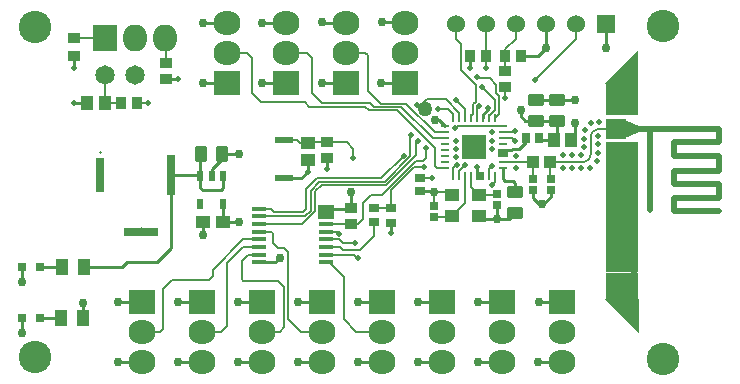
<source format=gtl>
G04 Layer_Physical_Order=1*
G04 Layer_Color=25308*
%FSAX24Y24*%
%MOIN*%
G70*
G01*
G75*
%ADD10C,0.0080*%
%ADD11R,0.0433X0.0354*%
G04:AMPARAMS|DCode=12|XSize=40mil|YSize=55mil|CornerRadius=5mil|HoleSize=0mil|Usage=FLASHONLY|Rotation=0.000|XOffset=0mil|YOffset=0mil|HoleType=Round|Shape=RoundedRectangle|*
%AMROUNDEDRECTD12*
21,1,0.0400,0.0450,0,0,0.0*
21,1,0.0300,0.0550,0,0,0.0*
1,1,0.0100,0.0150,-0.0225*
1,1,0.0100,-0.0150,-0.0225*
1,1,0.0100,-0.0150,0.0225*
1,1,0.0100,0.0150,0.0225*
%
%ADD12ROUNDEDRECTD12*%
%ADD13R,0.0413X0.0571*%
%ADD14R,0.0492X0.0433*%
%ADD15R,0.0283X0.0299*%
%ADD16R,0.0413X0.0354*%
%ADD17R,0.0354X0.0413*%
%ADD18R,0.0472X0.0157*%
%ADD19R,0.0268X0.0331*%
%ADD20R,0.0413X0.0394*%
%ADD21R,0.0591X0.0217*%
%ADD22R,0.0315X0.0315*%
%ADD23R,0.0315X0.0315*%
%ADD24O,0.0295X0.0098*%
%ADD25O,0.0098X0.0295*%
%ADD26R,0.0846X0.0846*%
G04:AMPARAMS|DCode=27|XSize=40mil|YSize=55mil|CornerRadius=5mil|HoleSize=0mil|Usage=FLASHONLY|Rotation=270.000|XOffset=0mil|YOffset=0mil|HoleType=Round|Shape=RoundedRectangle|*
%AMROUNDEDRECTD27*
21,1,0.0400,0.0450,0,0,270.0*
21,1,0.0300,0.0550,0,0,270.0*
1,1,0.0100,-0.0225,-0.0150*
1,1,0.0100,-0.0225,0.0150*
1,1,0.0100,0.0225,0.0150*
1,1,0.0100,0.0225,-0.0150*
%
%ADD27ROUNDEDRECTD27*%
%ADD28R,0.0394X0.0512*%
%ADD29R,0.0236X0.0335*%
%ADD30R,0.0512X0.0413*%
%ADD31R,0.0252X0.0268*%
%ADD32R,0.0512X0.0394*%
%ADD33R,0.0650X0.0650*%
%ADD34R,0.0335X0.0276*%
%ADD35C,0.0100*%
%ADD36C,0.0200*%
%ADD37C,0.0050*%
%ADD38R,0.1110X0.0899*%
%ADD39R,0.0290X0.0280*%
%ADD40R,0.1100X0.1055*%
%ADD41R,0.1100X0.4345*%
%ADD42R,0.0320X0.0300*%
%ADD43R,0.0550X0.0450*%
%ADD44R,0.0315X0.1181*%
%ADD45R,0.1181X0.0315*%
%ADD46R,0.0315X0.1378*%
%ADD47O,0.0900X0.0800*%
%ADD48R,0.0900X0.0800*%
%ADD49C,0.0600*%
%ADD50R,0.0600X0.0600*%
%ADD51C,0.0650*%
%ADD52O,0.0800X0.0900*%
%ADD53R,0.0800X0.0900*%
%ADD54C,0.1083*%
%ADD55C,0.0200*%
%ADD56C,0.0500*%
%ADD57C,0.0300*%
G36*
X034840Y032300D02*
X033730Y033431D01*
X034840D01*
Y032300D01*
D02*
G37*
G36*
X035080Y039120D02*
X034380Y038820D01*
Y039420D01*
X035080Y039120D01*
D02*
G37*
G36*
X034830Y040620D02*
X033730D01*
X034830Y041751D01*
Y040620D01*
D02*
G37*
D10*
X033470Y039100D02*
G03*
X033240Y038850I000010J-000240D01*
G01*
X033000Y038000D02*
G03*
X033240Y038260I-000010J000250D01*
G01*
X028008Y037005D02*
X028519D01*
X016020Y042145D02*
X017055D01*
X029448Y039798D02*
X029520Y039870D01*
X029746Y041550D02*
X029750Y041546D01*
X029746Y042596D02*
X029750Y042600D01*
X028008Y036528D02*
Y037005D01*
X028519D02*
X028605Y036919D01*
X031305Y037443D02*
Y038000D01*
X031895Y037452D02*
Y038000D01*
X030305Y038008D02*
X031208D01*
X033470Y039100D02*
X034080D01*
X033240Y038260D02*
Y038850D01*
X031895Y038000D02*
X033000D01*
X029448Y039455D02*
Y039798D01*
D11*
X016020Y042125D02*
D03*
Y041535D02*
D03*
D12*
X020950Y038270D02*
D03*
X020250D02*
D03*
D13*
X016304Y032800D02*
D03*
X015576D02*
D03*
X016354Y034500D02*
D03*
X015626D02*
D03*
D14*
X020305Y036020D02*
D03*
X020975D02*
D03*
D15*
X031905Y037057D02*
D03*
Y037443D02*
D03*
X031305Y037057D02*
D03*
Y037443D02*
D03*
D16*
X024450Y038134D02*
D03*
Y038666D02*
D03*
X025250Y035934D02*
D03*
Y036466D02*
D03*
X019070Y040774D02*
D03*
Y041306D02*
D03*
X030390Y041036D02*
D03*
Y040504D02*
D03*
D17*
X018116Y039970D02*
D03*
X017584D02*
D03*
X030394Y041540D02*
D03*
X030926D02*
D03*
X029214Y041550D02*
D03*
X029746D02*
D03*
D18*
X022178Y036446D02*
D03*
Y036190D02*
D03*
Y035934D02*
D03*
Y035678D02*
D03*
Y035422D02*
D03*
Y035166D02*
D03*
Y034910D02*
D03*
Y034654D02*
D03*
X024422Y036446D02*
D03*
Y036190D02*
D03*
Y035934D02*
D03*
Y035678D02*
D03*
Y035422D02*
D03*
Y035166D02*
D03*
Y034910D02*
D03*
Y034654D02*
D03*
D19*
X031513Y038800D02*
D03*
X031087D02*
D03*
D20*
X031895Y038000D02*
D03*
X031305D02*
D03*
D21*
X023000Y038740D02*
D03*
Y037460D02*
D03*
D22*
X014295Y032800D02*
D03*
X014885D02*
D03*
D23*
X014295Y034500D02*
D03*
X014885D02*
D03*
D24*
X030305Y037811D02*
D03*
Y038008D02*
D03*
Y038205D02*
D03*
Y038402D02*
D03*
Y038598D02*
D03*
Y038795D02*
D03*
Y038992D02*
D03*
Y039189D02*
D03*
X028395D02*
D03*
Y038992D02*
D03*
Y038795D02*
D03*
Y038598D02*
D03*
Y038402D02*
D03*
Y038205D02*
D03*
Y038008D02*
D03*
Y037811D02*
D03*
D25*
X030039Y039455D02*
D03*
X029842D02*
D03*
X029645D02*
D03*
X029448D02*
D03*
X029252D02*
D03*
X029055D02*
D03*
X028858D02*
D03*
X028661D02*
D03*
Y037545D02*
D03*
X028858D02*
D03*
X029055D02*
D03*
X029252D02*
D03*
X029448D02*
D03*
X029645D02*
D03*
X029842D02*
D03*
X030039D02*
D03*
D26*
X029350Y038500D02*
D03*
D27*
X031410Y040080D02*
D03*
Y039380D02*
D03*
X032110Y040080D02*
D03*
Y039380D02*
D03*
X030710Y036310D02*
D03*
Y037010D02*
D03*
D28*
X032595Y038750D02*
D03*
X032005D02*
D03*
X016445Y039980D02*
D03*
X017035D02*
D03*
D29*
X020974Y037542D02*
D03*
X020600D02*
D03*
X020226D02*
D03*
Y036598D02*
D03*
X020974D02*
D03*
D30*
X029511Y036191D02*
D03*
X028605D02*
D03*
Y036919D02*
D03*
X029511D02*
D03*
D31*
X028008Y036181D02*
D03*
Y036528D02*
D03*
X030108Y036928D02*
D03*
Y036581D02*
D03*
D32*
X023800Y038055D02*
D03*
Y038645D02*
D03*
D33*
X034080Y039120D02*
D03*
Y038320D02*
D03*
Y039920D02*
D03*
D34*
X027560Y037486D02*
D03*
Y037034D02*
D03*
X026580Y036476D02*
D03*
Y035984D02*
D03*
X026010Y035994D02*
D03*
Y036486D02*
D03*
D35*
X016030Y041150D02*
Y041535D01*
X031200Y038000D02*
X031305D01*
X031490Y041540D02*
X031750Y041800D01*
X030926Y041540D02*
X031490D01*
X018780Y034680D02*
X019250Y035150D01*
X017770Y034680D02*
X018780D01*
X017600Y034510D02*
X017770Y034680D01*
X023590Y037460D02*
X023800Y037670D01*
X023000Y037460D02*
X023590D01*
X023800Y037670D02*
Y038055D01*
X024450Y037770D02*
Y038134D01*
X016888Y037570D02*
X016890Y037568D01*
X016878Y037580D02*
X016888Y037570D01*
Y038338D02*
X016890Y038340D01*
X018266Y035680D02*
Y035799D01*
X019060Y042140D02*
X019070Y042130D01*
X019466Y040774D02*
X019470Y040770D01*
X019070Y040774D02*
X019466D01*
X019070Y040770D02*
X019090Y040750D01*
X020305Y036020D02*
X020310Y036015D01*
Y035570D02*
Y036015D01*
X020974Y036020D02*
Y036598D01*
Y036020D02*
X021500D01*
X027979Y037034D02*
X028008Y037005D01*
X016010Y039980D02*
X016445D01*
X028194Y039390D02*
X028395Y039189D01*
X028060Y039390D02*
X028194D01*
X026580Y035650D02*
Y035984D01*
X030910Y039530D02*
Y039730D01*
X030390Y041036D02*
X030394Y041040D01*
X021090Y042640D02*
X021100Y042650D01*
X020310Y042640D02*
X021090D01*
X023073D02*
X023083Y042650D01*
X022290Y042640D02*
X023073D01*
X024283Y042660D02*
X024293Y042650D01*
X025067D01*
X027040Y042660D02*
X027050Y042650D01*
X026270Y042660D02*
X027040D01*
X020300Y040650D02*
X021100D01*
X022290D02*
X023083D01*
X024273D02*
X025067D01*
X026260D02*
X027050D01*
X031410Y040080D02*
X032110D01*
X029210Y041546D02*
X029214Y041550D01*
X029210Y041150D02*
Y041546D01*
X032005Y038750D02*
X032110Y038855D01*
Y039380D01*
X031410D02*
X032110D01*
Y040080D02*
X032700D01*
X027560Y037034D02*
X027979D01*
X029448Y037545D02*
Y037852D01*
X030108Y036105D02*
X030505D01*
X030710Y036310D01*
X030700Y037020D02*
X030710Y037010D01*
X030700Y037020D02*
Y037300D01*
X031905Y036850D02*
Y037057D01*
X031655Y036600D02*
X031905Y036850D01*
X031605Y036600D02*
X031655D01*
X031505D02*
X031605D01*
X031305Y036800D02*
X031505Y036600D01*
X031305Y036800D02*
Y037057D01*
X016304Y032800D02*
Y033314D01*
X019250Y037570D02*
X020198D01*
X020226Y037542D01*
X014885Y032800D02*
X015576D01*
X014885Y034500D02*
X015626D01*
X014295Y034000D02*
Y034500D01*
X014295Y032300D02*
Y032800D01*
X020226Y037542D02*
Y038246D01*
X020250Y038270D01*
X020974Y037144D02*
Y037542D01*
X020600D02*
Y037770D01*
X020950Y038120D01*
Y038270D01*
X020900Y037070D02*
X020974Y037144D01*
X020226Y037144D02*
Y037542D01*
Y037144D02*
X020300Y037070D01*
X020900D01*
X029511Y036191D02*
X029596Y036105D01*
X030108D01*
Y036581D01*
X020950Y038270D02*
X021500D01*
X031750Y041800D02*
Y042600D01*
X031039Y038752D02*
X031087Y038800D01*
X031563Y038750D02*
X032005D01*
X031513Y038800D02*
X031563Y038750D01*
X030305Y037445D02*
Y037809D01*
X031895Y037452D02*
X031905Y037443D01*
X031060Y039380D02*
X031410D01*
X031087Y038684D02*
Y038800D01*
X030910Y039530D02*
X031060Y039380D01*
X030305Y037445D02*
X030388Y037362D01*
X030638D02*
X030700Y037300D01*
X030388Y037362D02*
X030638D01*
X031200Y038000D02*
X031208Y038008D01*
X030646Y038450D02*
X030854D01*
X031087Y038684D01*
X030596Y038399D02*
X030646Y038450D01*
X030305Y038399D02*
Y038402D01*
Y038399D02*
X030596D01*
X025250Y035934D02*
X025250Y035934D01*
X024422Y036446D02*
X025230D01*
X025250Y036466D01*
Y037000D01*
X023800Y038645D02*
X023820Y038666D01*
X024265Y033340D02*
X024270Y033335D01*
X020290Y033350D02*
X020295Y033355D01*
X019483Y033350D02*
X020270D01*
X021486D02*
X022265D01*
X022270D01*
X022265D02*
X022270Y033345D01*
X023489Y033350D02*
X024270D01*
X025491D02*
X026270D01*
X027494D02*
X028270D01*
X029497D02*
X030270D01*
X031500D02*
X032270D01*
X017483Y033340D02*
X018270D01*
X017480Y031330D02*
X018267D01*
X021483Y031340D02*
X022262D01*
X019480D02*
X020267D01*
X023490Y031330D02*
X024277D01*
X027493Y031340D02*
X028270D01*
X025490D02*
X026270D01*
X029490Y031330D02*
X030270D01*
X031490Y031340D02*
X032270D01*
X022178Y034654D02*
X022733D01*
X022899Y034820D01*
X016364Y034510D02*
X017600D01*
X019250Y035150D02*
Y037570D01*
X033750Y041800D02*
Y042600D01*
X032595Y038750D02*
X032710Y038865D01*
Y039320D01*
X029830Y039766D02*
Y039820D01*
X029645Y039581D02*
X029830Y039766D01*
X029645Y039455D02*
Y039581D01*
D36*
X036030Y036370D02*
X037530D01*
X035230Y036390D02*
Y039120D01*
X034830D02*
X037530D01*
Y038670D02*
Y039120D01*
X036030Y038670D02*
X037530D01*
X036030Y038220D02*
Y038670D01*
Y038220D02*
X037530D01*
X036030Y037270D02*
X037530D01*
X036030D02*
Y037720D01*
X037530D01*
Y038170D01*
X036030Y036370D02*
Y036820D01*
X037530D01*
Y037270D01*
D37*
X019070Y041306D02*
Y042130D01*
X027740Y038140D02*
Y038480D01*
X027642Y038042D02*
X027740Y038140D01*
X027410Y038042D02*
X027642D01*
X026288Y036920D02*
X027410Y038042D01*
X026930Y039840D02*
X027975Y038795D01*
X024450Y038666D02*
X025114D01*
X025330Y038450D01*
Y038150D02*
Y038450D01*
X026010Y036486D02*
X026020Y036476D01*
X026580D01*
Y037056D02*
X027364Y037840D01*
X026580Y036476D02*
Y037056D01*
X025930Y036920D02*
X026288D01*
X027364Y037840D02*
X027680D01*
X028050Y037880D02*
Y038458D01*
X027954Y037486D02*
X027962Y037478D01*
X027560Y037486D02*
X027954D01*
X028050Y037880D02*
X028120Y037810D01*
X028394D01*
X018116Y039970D02*
X018490D01*
X019060Y042140D02*
X019066Y042146D01*
X017055Y042145D02*
X017060Y042140D01*
X017035Y040905D02*
X017040Y040910D01*
X017035Y039980D02*
Y040905D01*
X017574Y039980D02*
X017584Y039970D01*
X017035Y039980D02*
X017574D01*
X027775Y040105D02*
X028405D01*
X027590Y039920D02*
X027775Y040105D01*
X027440Y039920D02*
X027590D01*
X028405Y040105D02*
X028858Y039652D01*
X029055Y039455D02*
Y039765D01*
X028740Y040080D02*
X029055Y039765D01*
X028661Y039455D02*
Y039599D01*
X028858Y039455D02*
Y039652D01*
X028048Y038992D02*
X028112D01*
X027090Y039950D02*
X028048Y038992D01*
X028112D02*
X028395D01*
X028082D02*
X028112D01*
X028080Y038990D02*
X028082Y038992D01*
X026250Y039950D02*
X027090D01*
X026000Y039840D02*
X026930D01*
X029620Y040490D02*
X029751Y040359D01*
Y040359D02*
Y040359D01*
X029520Y040790D02*
X029870D01*
X025660Y036650D02*
X025930Y036920D01*
X025660Y036110D02*
Y036650D01*
X025484Y035934D02*
X025660Y036110D01*
X025250Y035934D02*
X025484D01*
X024802Y035678D02*
X024860Y035620D01*
X024422Y035678D02*
X024802D01*
X029252Y039455D02*
Y039546D01*
X029323Y039935D02*
X029400Y040012D01*
X030390Y040140D02*
Y040504D01*
X028750Y042090D02*
Y042600D01*
Y042090D02*
X028900Y041940D01*
Y041070D02*
Y041940D01*
Y041070D02*
X029400Y040570D01*
Y040012D02*
Y040570D01*
X030394Y041040D02*
Y041540D01*
X021100Y041650D02*
X021780D01*
X021950Y041480D01*
Y040310D02*
Y041480D01*
Y040310D02*
X022260Y040000D01*
X023700D01*
X023850Y039850D01*
X025720D01*
X025840Y039730D01*
X026778D01*
X028050Y038458D01*
X025880Y039960D02*
X026000Y039840D01*
X024280Y039960D02*
X025880D01*
X023950Y040290D02*
X024280Y039960D01*
X023950Y040290D02*
Y041470D01*
X023770Y041650D02*
X023950Y041470D01*
X023083Y041650D02*
X023770D01*
X025067D02*
X025730D01*
X025820Y041560D01*
Y040380D02*
Y041560D01*
Y040380D02*
X026250Y039950D01*
X029460Y040850D02*
X029520Y040790D01*
X028661Y037791D02*
X028760Y037890D01*
X028780D01*
X028858Y037688D02*
X029060Y037890D01*
X028858Y037545D02*
Y037688D01*
X029060Y037890D02*
Y037910D01*
X028394Y037810D02*
X028395Y037811D01*
X031385Y040725D02*
X032750Y042090D01*
Y042600D01*
X029750Y041140D02*
Y041546D01*
X029746Y041550D02*
Y042596D01*
X030750Y042110D02*
Y042600D01*
X030394Y041754D02*
X030750Y042110D01*
X030394Y041540D02*
Y041754D01*
X027975Y038795D02*
X028395D01*
X029950Y037240D02*
X030039Y037329D01*
Y037545D01*
X029842Y037762D02*
X029940Y037860D01*
X029842Y037545D02*
Y037762D01*
X028008Y036181D02*
X028596D01*
X028605Y036191D01*
X029511Y036919D02*
X030099D01*
X030108Y036928D01*
X028605Y036191D02*
X029058Y036643D01*
X029259Y037170D02*
X029511Y036919D01*
X028769Y039189D02*
X030305D01*
Y038795D02*
X030605D01*
X030700Y038700D01*
X030642Y038992D02*
X030700Y039050D01*
X030305Y038992D02*
X030642D01*
X029058Y036643D02*
Y037545D01*
X029259Y037170D02*
Y037545D01*
X024422Y035934D02*
X025250D01*
X023820Y038666D02*
X024450D01*
X023544Y038645D02*
X023800D01*
X023450Y038740D02*
X023544Y038645D01*
X023000Y038740D02*
X023450D01*
X028661Y037545D02*
Y037791D01*
X021810Y034910D02*
X022178D01*
X021600Y034700D02*
X021810Y034910D01*
X021600Y034090D02*
Y034700D01*
Y034090D02*
X021660Y034030D01*
X022270Y032350D02*
X022870D01*
X023030Y032510D01*
Y033830D01*
X022830Y034030D02*
X023030Y033830D01*
X021660Y034030D02*
X022830D01*
X020270Y032350D02*
X020910D01*
X021110Y032550D01*
X018270Y032350D02*
X018880D01*
X018970Y032440D01*
Y033760D01*
X019280Y034070D01*
X021110Y032550D02*
Y034640D01*
X021636Y035166D01*
X022178D01*
X019280Y034070D02*
X020530D01*
X020648Y034188D01*
Y034408D01*
X021662Y035422D01*
X022178D01*
X023587Y032350D02*
X024270D01*
X022178Y035678D02*
X022602D01*
X022810Y035140D02*
X023020D01*
X022660Y035290D02*
X022810Y035140D01*
X022660Y035290D02*
Y035620D01*
X022602Y035678D02*
X022660Y035620D01*
X023150Y032787D02*
X023587Y032350D01*
X023150Y032787D02*
Y035010D01*
X023020Y035140D02*
X023150Y035010D01*
X025430Y032350D02*
X026270D01*
X025010Y032770D02*
X025430Y032350D01*
X024422Y034654D02*
X024522D01*
X025010Y032770D02*
Y034167D01*
X024522Y034654D02*
X025010Y034167D01*
X024422Y034910D02*
X024432Y034920D01*
X026010Y035530D02*
Y035994D01*
X024422Y035422D02*
X024858D01*
X024432Y034920D02*
X025360D01*
X025470Y034810D01*
X024990Y035290D02*
X025380D01*
X024858Y035422D02*
X024990Y035290D01*
X025550Y035070D02*
X026010Y035530D01*
X024422Y035166D02*
X024874D01*
X024970Y035070D01*
X025550D01*
X022178Y035934D02*
X023624D01*
X024065Y036375D01*
Y037025D01*
X024275Y037235D01*
X027420Y038640D02*
X027490Y038710D01*
X022178Y036190D02*
X023724D01*
X023900Y036366D01*
Y037050D01*
X024195Y037345D01*
X027230Y038890D02*
X027260Y038920D01*
X028160Y039770D02*
X028490D01*
X028661Y039599D01*
X029842Y039455D02*
Y039546D01*
X030039Y039455D02*
X030190Y039606D01*
X030098Y040292D02*
Y040562D01*
X029870Y040790D02*
X030098Y040562D01*
X030190Y039606D02*
Y040200D01*
X030098Y040292D02*
X030190Y040200D01*
X029842Y039546D02*
X030040Y039744D01*
Y040070D01*
X029751Y040359D02*
X030040Y040070D01*
X029252Y039546D02*
X029323Y039618D01*
Y039935D01*
X022178Y036446D02*
X022574D01*
X022680Y036340D01*
X023640D01*
X023750Y036450D01*
Y037090D01*
X024130Y037470D01*
X026250D01*
X027000Y038220D01*
X026432Y037235D02*
X027420Y038223D01*
X026387Y037345D02*
X027230Y038188D01*
X024195Y037345D02*
X026387D01*
X027230Y038188D02*
Y038890D01*
X024275Y037235D02*
X026432D01*
X027420Y038223D02*
Y038640D01*
X028710Y039130D02*
X028769Y039189D01*
D38*
X034285Y033880D02*
D03*
D39*
X029545Y037550D02*
D03*
D40*
X034280Y040093D02*
D03*
D41*
Y036502D02*
D03*
D42*
X030310Y038300D02*
D03*
D43*
X024425Y036325D02*
D03*
D44*
X016888Y037570D02*
D03*
D45*
X018266Y035680D02*
D03*
D46*
X019250Y037570D02*
D03*
D47*
X021100Y042650D02*
D03*
Y041650D02*
D03*
X023083Y042650D02*
D03*
Y041650D02*
D03*
X025067Y042650D02*
D03*
Y041650D02*
D03*
X027050Y042650D02*
D03*
Y041650D02*
D03*
X032270Y031350D02*
D03*
Y032350D02*
D03*
X030270Y031350D02*
D03*
Y032350D02*
D03*
X028270Y031350D02*
D03*
Y032350D02*
D03*
X026270Y031350D02*
D03*
Y032350D02*
D03*
X024270Y031350D02*
D03*
Y032350D02*
D03*
X022270Y031350D02*
D03*
Y032350D02*
D03*
X020270Y031350D02*
D03*
Y032350D02*
D03*
X018270Y031350D02*
D03*
Y032350D02*
D03*
D48*
X021100Y040650D02*
D03*
X023083D02*
D03*
X025067D02*
D03*
X027050D02*
D03*
X032270Y033350D02*
D03*
X030270D02*
D03*
X028270D02*
D03*
X026270D02*
D03*
X024270D02*
D03*
X022270D02*
D03*
X020270D02*
D03*
X018270D02*
D03*
D49*
X028750Y042600D02*
D03*
X029750D02*
D03*
X030750D02*
D03*
X031750D02*
D03*
X032750D02*
D03*
D50*
X033750D02*
D03*
D51*
X018040Y040910D02*
D03*
X017040D02*
D03*
D52*
X019060Y042140D02*
D03*
X018060D02*
D03*
D53*
X017060D02*
D03*
D54*
X035640Y042550D02*
D03*
Y031450D02*
D03*
X014730Y031500D02*
D03*
Y042500D02*
D03*
D55*
X016030Y041150D02*
D03*
X030760Y038210D02*
D03*
X033490Y038610D02*
D03*
X033480Y038320D02*
D03*
X033520Y039330D02*
D03*
X034680Y040920D02*
D03*
Y040620D02*
D03*
Y040320D02*
D03*
Y033120D02*
D03*
Y033420D02*
D03*
Y032820D02*
D03*
Y033720D02*
D03*
Y041220D02*
D03*
Y034320D02*
D03*
Y034020D02*
D03*
Y034620D02*
D03*
Y034920D02*
D03*
X024450Y037770D02*
D03*
X023800Y037670D02*
D03*
X019470Y040770D02*
D03*
X025330Y038150D02*
D03*
X027680Y037840D02*
D03*
X027962Y037478D02*
D03*
X027740Y038480D02*
D03*
X018490Y039970D02*
D03*
X016010Y039980D02*
D03*
X027440Y039920D02*
D03*
X028740Y040080D02*
D03*
X026580Y035650D02*
D03*
X024860Y035620D02*
D03*
X029620Y040490D02*
D03*
X030390Y040140D02*
D03*
X029460Y040850D02*
D03*
X028780Y037890D02*
D03*
X029060Y037910D02*
D03*
X031380Y040730D02*
D03*
X029520Y039870D02*
D03*
X029210Y041150D02*
D03*
X029750Y041140D02*
D03*
X029960Y038720D02*
D03*
X029940Y037860D02*
D03*
X029950Y037240D02*
D03*
X029448Y037852D02*
D03*
X029567Y038283D02*
D03*
X029133D02*
D03*
X029567Y038717D02*
D03*
X029133D02*
D03*
X034380Y038520D02*
D03*
X034680Y040020D02*
D03*
Y039720D02*
D03*
Y035520D02*
D03*
Y035220D02*
D03*
Y036120D02*
D03*
Y035820D02*
D03*
Y036720D02*
D03*
Y036420D02*
D03*
Y037320D02*
D03*
Y037020D02*
D03*
Y037920D02*
D03*
Y038520D02*
D03*
Y038220D02*
D03*
X034380Y039720D02*
D03*
X034680Y037620D02*
D03*
X030700Y038700D02*
D03*
Y039050D02*
D03*
X032330Y037800D02*
D03*
X032620D02*
D03*
X032910D02*
D03*
X032620Y038250D02*
D03*
X032330D02*
D03*
X030760Y037800D02*
D03*
X025470Y034810D02*
D03*
X025380Y035290D02*
D03*
X033020Y038490D02*
D03*
Y038780D02*
D03*
X033040Y039070D02*
D03*
X033240Y039300D02*
D03*
X033490Y038880D02*
D03*
X033440Y038030D02*
D03*
X033230Y037820D02*
D03*
X032910Y038250D02*
D03*
X027490Y038710D02*
D03*
X027260Y038920D02*
D03*
X028160Y039770D02*
D03*
X029830Y039820D02*
D03*
X027000Y038220D02*
D03*
X028750Y038160D02*
D03*
Y038440D02*
D03*
Y038720D02*
D03*
X028710Y039130D02*
D03*
X029960Y038990D02*
D03*
Y038450D02*
D03*
D56*
X027700Y039760D02*
D03*
D57*
X016304Y033314D02*
D03*
X020310Y035570D02*
D03*
X028008Y037005D02*
D03*
X028060Y039390D02*
D03*
X030910Y039730D02*
D03*
X022290Y042640D02*
D03*
X020310D02*
D03*
X024283Y042660D02*
D03*
X026270D02*
D03*
X026260Y040650D02*
D03*
X024273D02*
D03*
X022290D02*
D03*
X020300D02*
D03*
X032700Y040080D02*
D03*
X031605Y036600D02*
D03*
X014290Y034000D02*
D03*
Y032300D02*
D03*
X030108Y036105D02*
D03*
X031750Y041800D02*
D03*
X021500Y038270D02*
D03*
Y036020D02*
D03*
X025250Y037000D02*
D03*
X017483Y033340D02*
D03*
X019483Y033350D02*
D03*
X021486D02*
D03*
X023489D02*
D03*
X025491D02*
D03*
X027494D02*
D03*
X029497D02*
D03*
X031500D02*
D03*
X021483Y031340D02*
D03*
X019480D02*
D03*
X017480Y031330D02*
D03*
X027493Y031340D02*
D03*
X025490D02*
D03*
X023490Y031330D02*
D03*
X031490Y031340D02*
D03*
X029490Y031330D02*
D03*
X022899Y034820D02*
D03*
X033750Y041800D02*
D03*
X032710Y039320D02*
D03*
M02*

</source>
